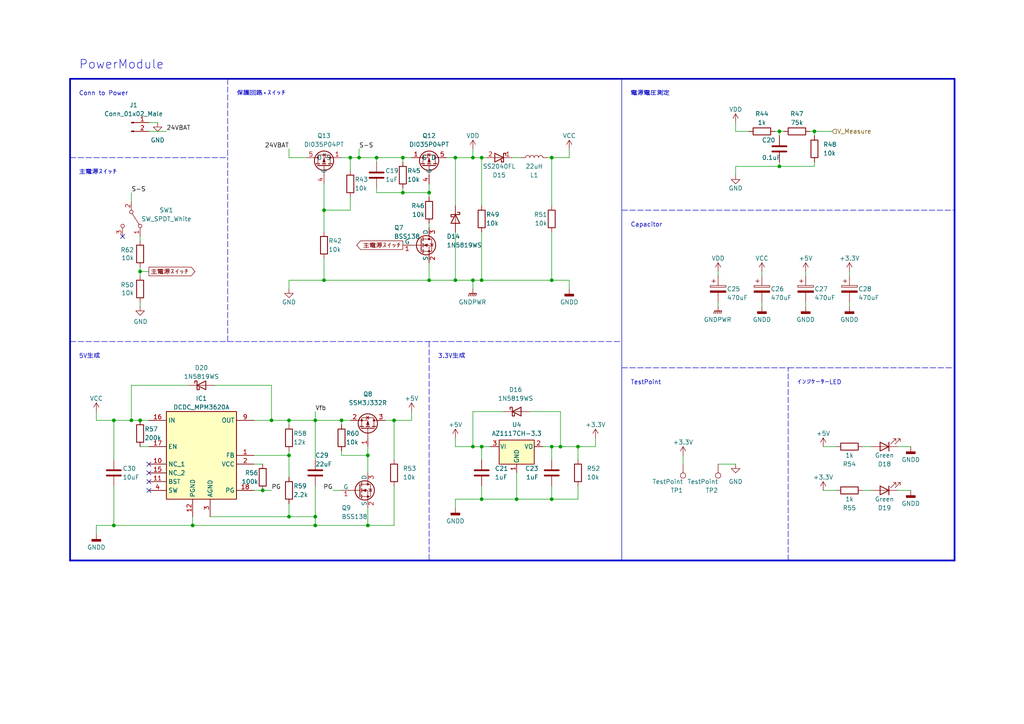
<source format=kicad_sch>
(kicad_sch (version 20230121) (generator eeschema)
  (paper "A4")
  (lib_symbols
    (symbol "AON6411_1"
      (property "Reference" "Q" (at 5.08 1.905 0))
      (property "Value" "AON6411" (at 5.08 0 0))
      (symbol "AON6411_1_0_1"
        (polyline (pts (xy 0.254 0) (xy -2.54 0)))
        (polyline (pts (xy 0.254 1.905) (xy 0.254 -1.905)) (stroke (width 0.254)))
        (polyline (pts (xy 0.762 -1.27) (xy 0.762 -2.286)) (stroke (width 0.254)))
        (polyline (pts (xy 0.762 0.508) (xy 0.762 -0.508)) (stroke (width 0.254)))
        (polyline (pts (xy 0.762 2.286) (xy 0.762 1.27)) (stroke (width 0.254)))
        (polyline (pts (xy 2.54 2.54) (xy 2.54 1.778)))
        (polyline (pts (xy 2.54 -2.54) (xy 2.54 0) (xy 0.762 0)))
        (polyline (pts (xy 0.762 1.778) (xy 3.302 1.778) (xy 3.302 -1.778) (xy 0.762 -1.778)))
        (polyline (pts (xy 2.286 0) (xy 1.27 0.381) (xy 1.27 -0.381) (xy 2.286 0)) (fill (type outline)))
        (polyline (pts (xy 2.794 -0.508) (xy 2.921 -0.381) (xy 3.683 -0.381) (xy 3.81 -0.254)))
        (polyline (pts (xy 3.302 -0.381) (xy 2.921 0.254) (xy 3.683 0.254) (xy 3.302 -0.381)))
        (circle (center 1.651 0) (radius 2.794) (stroke (width 0.254)))
        (circle (center 2.54 -1.778) (radius 0.254) (fill (type outline)))
        (circle (center 2.54 1.778) (radius 0.254) (fill (type outline)))
      )
      (symbol "AON6411_1_1_1"
        (pin passive line (at 2.54 -5.08 90) (length 2.54) (name "S") (number "1"))
        (pin passive line (at 2.54 -5.08 90) (length 2.54) hide (name "S") (number "2"))
        (pin passive line (at 2.54 -5.08 90) (length 2.54) hide (name "S") (number "3"))
        (pin input line (at -5.08 0 0) (length 2.54) (name "G") (number "4"))
        (pin passive line (at 2.54 5.08 270) (length 2.54) (name "D") (number "5"))
      )
    )
    (symbol "Connector:Conn_01x02_Male" (pin_names (offset 1.016) hide)
      (property "Reference" "J" (at 0 2.54 0))
      (property "Value" "Conn_01x02_Male" (at 0 -5.08 0))
      (symbol "Conn_01x02_Male_1_1"
        (polyline (pts (xy 1.27 -2.54) (xy 0.8636 -2.54)) (stroke (width 0.1524)))
        (polyline (pts (xy 1.27 0) (xy 0.8636 0)) (stroke (width 0.1524)))
        (rectangle (start 0.8636 -2.413) (end 0 -2.667) (stroke (width 0.1524)) (fill (type outline)))
        (rectangle (start 0.8636 0.127) (end 0 -0.127) (stroke (width 0.1524)) (fill (type outline)))
        (pin passive line (at 5.08 0 180) (length 3.81) (name "Pin_1") (number "1"))
        (pin passive line (at 5.08 -2.54 180) (length 3.81) (name "Pin_2") (number "2"))
      )
    )
    (symbol "Connector:TestPoint" (pin_numbers hide) (pin_names (offset 0.762) hide)
      (property "Reference" "TP" (at 0 6.858 0))
      (property "Value" "TestPoint" (at 0 5.08 0))
      (symbol "TestPoint_0_1"
        (circle (center 0 3.302) (radius 0.762))
      )
      (symbol "TestPoint_1_1"
        (pin passive line (at 0 0 90) (length 2.54) (name "1") (number "1"))
      )
    )
    (symbol "D_Schottky_3" (pin_numbers hide) (pin_names (offset 1.016) hide)
      (property "Reference" "D" (at 0 2.54 0))
      (property "Value" "D_Schottky_3" (at 0 -2.54 0))
      (symbol "D_Schottky_3_0_1"
        (polyline (pts (xy 1.27 0) (xy -1.27 0)))
        (polyline (pts (xy 1.27 1.27) (xy 1.27 -1.27) (xy -1.27 0) (xy 1.27 1.27)) (stroke (width 0.254)))
        (polyline (pts (xy -1.905 0.635) (xy -1.905 1.27) (xy -1.27 1.27) (xy -1.27 -1.27) (xy -0.635 -1.27) (xy -0.635 -0.635)) (stroke (width 0.254)))
      )
      (symbol "D_Schottky_3_1_1"
        (pin passive line (at -3.81 0 0) (length 2.54) (name "K") (number "1"))
        (pin passive line (at 3.81 0 180) (length 2.54) (name "A") (number "2"))
      )
    )
    (symbol "Device:C" (pin_numbers hide) (pin_names (offset 0.254))
      (property "Reference" "C" (at 0.635 2.54 0))
      (property "Value" "C" (at 0.635 -2.54 0))
      (symbol "C_0_1"
        (polyline (pts (xy -2.032 -0.762) (xy 2.032 -0.762)) (stroke (width 0.508)))
        (polyline (pts (xy -2.032 0.762) (xy 2.032 0.762)) (stroke (width 0.508)))
      )
      (symbol "C_1_1"
        (pin passive line (at 0 3.81 270) (length 2.794) (name "~") (number "1"))
        (pin passive line (at 0 -3.81 90) (length 2.794) (name "~") (number "2"))
      )
    )
    (symbol "Device:C_Polarized" (pin_numbers hide) (pin_names (offset 0.254))
      (property "Reference" "C" (at 0.635 2.54 0))
      (property "Value" "C_Polarized" (at 0.635 -2.54 0))
      (symbol "C_Polarized_0_1"
        (rectangle (start -2.286 0.508) (end 2.286 1.016))
        (polyline (pts (xy -1.778 2.286) (xy -0.762 2.286)))
        (polyline (pts (xy -1.27 2.794) (xy -1.27 1.778)))
        (rectangle (start 2.286 -0.508) (end -2.286 -1.016) (fill (type outline)))
      )
      (symbol "C_Polarized_1_1"
        (pin passive line (at 0 3.81 270) (length 2.794) (name "~") (number "1"))
        (pin passive line (at 0 -3.81 90) (length 2.794) (name "~") (number "2"))
      )
    )
    (symbol "Device:D_Schottky" (pin_names (offset 1.016) hide)
      (property "Reference" "D" (at 0 2.54 0))
      (property "Value" "D_Schottky" (at 0 -2.54 0))
      (symbol "D_Schottky_0_1"
        (polyline (pts (xy 1.27 0) (xy -1.27 0)))
        (polyline (pts (xy 1.27 1.27) (xy 1.27 -1.27) (xy -1.27 0) (xy 1.27 1.27)) (stroke (width 0.254)))
        (polyline (pts (xy -1.905 0.635) (xy -1.905 1.27) (xy -1.27 1.27) (xy -1.27 -1.27) (xy -0.635 -1.27) (xy -0.635 -0.635)) (stroke (width 0.254)))
      )
      (symbol "D_Schottky_1_1"
        (pin passive line (at -3.81 0 0) (length 2.54) (name "K") (number "1"))
        (pin passive line (at 3.81 0 180) (length 2.54) (name "A") (number "2"))
      )
    )
    (symbol "Device:L" (pin_numbers hide) (pin_names (offset 1.016) hide)
      (property "Reference" "L" (at -1.27 0 90))
      (property "Value" "L" (at 1.905 0 90))
      (symbol "L_0_1"
        (arc (start 0 -2.54) (mid 0.6323 -1.905) (end 0 -1.27))
        (arc (start 0 -1.27) (mid 0.6323 -0.635) (end 0 0))
        (arc (start 0 0) (mid 0.6323 0.635) (end 0 1.27))
        (arc (start 0 1.27) (mid 0.6323 1.905) (end 0 2.54))
      )
      (symbol "L_1_1"
        (pin passive line (at 0 3.81 270) (length 1.27) (name "1") (number "1"))
        (pin passive line (at 0 -3.81 90) (length 1.27) (name "2") (number "2"))
      )
    )
    (symbol "Device:LED" (pin_numbers hide) (pin_names (offset 1.016) hide)
      (property "Reference" "D" (at 0 2.54 0))
      (property "Value" "LED" (at 0 -2.54 0))
      (symbol "LED_0_1"
        (polyline (pts (xy -1.27 -1.27) (xy -1.27 1.27)) (stroke (width 0.254)))
        (polyline (pts (xy -1.27 0) (xy 1.27 0)))
        (polyline (pts (xy 1.27 -1.27) (xy 1.27 1.27) (xy -1.27 0) (xy 1.27 -1.27)) (stroke (width 0.254)))
        (polyline (pts (xy -3.048 -0.762) (xy -4.572 -2.286) (xy -3.81 -2.286) (xy -4.572 -2.286) (xy -4.572 -1.524)))
        (polyline (pts (xy -1.778 -0.762) (xy -3.302 -2.286) (xy -2.54 -2.286) (xy -3.302 -2.286) (xy -3.302 -1.524)))
      )
      (symbol "LED_1_1"
        (pin passive line (at -3.81 0 0) (length 2.54) (name "K") (number "1"))
        (pin passive line (at 3.81 0 180) (length 2.54) (name "A") (number "2"))
      )
    )
    (symbol "Device:Q_PMOS_GSD" (pin_names (offset 0) hide)
      (property "Reference" "Q" (at 5.08 1.27 0))
      (property "Value" "Q_PMOS_GSD" (at 5.08 -1.27 0))
      (symbol "Q_PMOS_GSD_0_1"
        (polyline (pts (xy 0.254 0) (xy -2.54 0)))
        (polyline (pts (xy 0.254 1.905) (xy 0.254 -1.905)) (stroke (width 0.254)))
        (polyline (pts (xy 0.762 -1.27) (xy 0.762 -2.286)) (stroke (width 0.254)))
        (polyline (pts (xy 0.762 0.508) (xy 0.762 -0.508)) (stroke (width 0.254)))
        (polyline (pts (xy 0.762 2.286) (xy 0.762 1.27)) (stroke (width 0.254)))
        (polyline (pts (xy 2.54 2.54) (xy 2.54 1.778)))
        (polyline (pts (xy 2.54 -2.54) (xy 2.54 0) (xy 0.762 0)))
        (polyline (pts (xy 0.762 1.778) (xy 3.302 1.778) (xy 3.302 -1.778) (xy 0.762 -1.778)))
        (polyline (pts (xy 2.286 0) (xy 1.27 0.381) (xy 1.27 -0.381) (xy 2.286 0)) (fill (type outline)))
        (polyline (pts (xy 2.794 -0.508) (xy 2.921 -0.381) (xy 3.683 -0.381) (xy 3.81 -0.254)))
        (polyline (pts (xy 3.302 -0.381) (xy 2.921 0.254) (xy 3.683 0.254) (xy 3.302 -0.381)))
        (circle (center 1.651 0) (radius 2.794) (stroke (width 0.254)))
        (circle (center 2.54 -1.778) (radius 0.254) (fill (type outline)))
        (circle (center 2.54 1.778) (radius 0.254) (fill (type outline)))
      )
      (symbol "Q_PMOS_GSD_1_1"
        (pin input line (at -5.08 0 0) (length 2.54) (name "G") (number "1"))
        (pin passive line (at 2.54 -5.08 90) (length 2.54) (name "S") (number "2"))
        (pin passive line (at 2.54 5.08 270) (length 2.54) (name "D") (number "3"))
      )
    )
    (symbol "Device:R" (pin_numbers hide) (pin_names (offset 0))
      (property "Reference" "R" (at 2.032 0 90))
      (property "Value" "R" (at 0 0 90))
      (symbol "R_0_1"
        (rectangle (start -1.016 -2.54) (end 1.016 2.54) (stroke (width 0.254)))
      )
      (symbol "R_1_1"
        (pin passive line (at 0 3.81 270) (length 1.27) (name "~") (number "1"))
        (pin passive line (at 0 -3.81 90) (length 1.27) (name "~") (number "2"))
      )
    )
    (symbol "MyLibrary:DCDC_MPM3620A"
      (property "Reference" "IC" (at 6.35 5.08 0))
      (property "Value" "DCDC_MPM3620A" (at 6.35 2.54 0))
      (symbol "DCDC_MPM3620A_1_1"
        (rectangle (start 5.08 0) (end 25.4 -25.4) (stroke (width 0.254)) (fill (type background)))
        (pin passive line (at 30.48 -12.7 180) (length 5.08) (name "FB") (number "1"))
        (pin passive line (at 0 -15.24 0) (length 5.08) (name "NC_1") (number "10"))
        (pin passive line (at 0 -20.32 0) (length 5.08) (name "BST") (number "11"))
        (pin passive line (at 12.7 -30.48 90) (length 5.08) (name "PGND") (number "12"))
        (pin passive line (at 12.7 -30.48 90) (length 5.08) hide (name "PGND_2") (number "13"))
        (pin passive line (at 12.7 -30.48 90) (length 5.08) hide (name "PGND_3") (number "14"))
        (pin passive line (at 0 -17.78 0) (length 5.08) (name "NC_2") (number "15"))
        (pin passive line (at 0 -2.54 0) (length 5.08) (name "IN") (number "16"))
        (pin passive line (at 0 -10.16 0) (length 5.08) (name "EN") (number "17"))
        (pin passive line (at 30.48 -22.86 180) (length 5.08) (name "PG") (number "18"))
        (pin passive line (at 30.48 -15.24 180) (length 5.08) (name "VCC") (number "2"))
        (pin passive line (at 17.78 -30.48 90) (length 5.08) (name "AGND") (number "3"))
        (pin passive line (at 0 -22.86 0) (length 5.08) (name "SW") (number "4"))
        (pin passive line (at 30.48 -2.54 180) (length 5.08) (name "OUT") (number "9"))
      )
    )
    (symbol "Q_NMOS_GSD_1" (pin_names (offset 0))
      (property "Reference" "Q" (at 5.08 1.27 0))
      (property "Value" "Q_NMOS_GSD_1" (at 5.08 -1.27 0))
      (symbol "Q_NMOS_GSD_1_0_1"
        (polyline (pts (xy 0.254 0) (xy -2.54 0)))
        (polyline (pts (xy 0.254 1.905) (xy 0.254 -1.905)) (stroke (width 0.254)))
        (polyline (pts (xy 0.762 -1.27) (xy 0.762 -2.286)) (stroke (width 0.254)))
        (polyline (pts (xy 0.762 0.508) (xy 0.762 -0.508)) (stroke (width 0.254)))
        (polyline (pts (xy 0.762 2.286) (xy 0.762 1.27)) (stroke (width 0.254)))
        (polyline (pts (xy 2.54 2.54) (xy 2.54 1.778)))
        (polyline (pts (xy 2.54 -2.54) (xy 2.54 0) (xy 0.762 0)))
        (polyline (pts (xy 0.762 -1.778) (xy 3.302 -1.778) (xy 3.302 1.778) (xy 0.762 1.778)))
        (polyline (pts (xy 1.016 0) (xy 2.032 0.381) (xy 2.032 -0.381) (xy 1.016 0)) (fill (type outline)))
        (polyline (pts (xy 2.794 0.508) (xy 2.921 0.381) (xy 3.683 0.381) (xy 3.81 0.254)))
        (polyline (pts (xy 3.302 0.381) (xy 2.921 -0.254) (xy 3.683 -0.254) (xy 3.302 0.381)))
        (circle (center 1.651 0) (radius 2.794) (stroke (width 0.254)))
        (circle (center 2.54 -1.778) (radius 0.254) (fill (type outline)))
        (circle (center 2.54 1.778) (radius 0.254) (fill (type outline)))
      )
      (symbol "Q_NMOS_GSD_1_1_1"
        (pin input line (at -5.08 0 0) (length 2.54) (name "G") (number "1"))
        (pin passive line (at 2.54 -5.08 90) (length 2.54) (name "S") (number "2"))
        (pin passive line (at 2.54 5.08 270) (length 2.54) (name "D") (number "3"))
      )
    )
    (symbol "Regulator_Linear:AMS1117CD-3.3" (pin_names (offset 0.254))
      (property "Reference" "U" (at -3.81 3.175 0))
      (property "Value" "AMS1117CD-3.3" (at 0 3.175 0))
      (symbol "AMS1117CD-3.3_0_1"
        (rectangle (start -5.08 -5.08) (end 5.08 1.905) (stroke (width 0.254)) (fill (type background)))
      )
      (symbol "AMS1117CD-3.3_1_1"
        (pin power_in line (at 0 -7.62 90) (length 2.54) (name "GND") (number "1"))
        (pin power_out line (at 7.62 0 180) (length 2.54) (name "VO") (number "2"))
        (pin power_in line (at -7.62 0 0) (length 2.54) (name "VI") (number "3"))
      )
    )
    (symbol "Switch:SW_SPDT" (pin_names (offset 0) hide)
      (property "Reference" "SW" (at 0 4.318 0))
      (property "Value" "SW_SPDT" (at 0 -5.08 0))
      (symbol "SW_SPDT_0_0"
        (circle (center -2.032 0) (radius 0.508))
        (circle (center 2.032 -2.54) (radius 0.508))
      )
      (symbol "SW_SPDT_0_1"
        (polyline (pts (xy -1.524 0.254) (xy 1.651 2.286)))
        (circle (center 2.032 2.54) (radius 0.508))
      )
      (symbol "SW_SPDT_1_1"
        (pin passive line (at 5.08 2.54 180) (length 2.54) (name "A") (number "1"))
        (pin passive line (at -5.08 0 0) (length 2.54) (name "B") (number "2"))
        (pin passive line (at 5.08 -2.54 180) (length 2.54) (name "C") (number "3"))
      )
    )
    (symbol "Transistor_FET:AON6411"
      (property "Reference" "Q" (at 5.08 1.905 0))
      (property "Value" "AON6411" (at 5.08 0 0))
      (symbol "AON6411_0_1"
        (polyline (pts (xy 0.254 0) (xy -2.54 0)))
        (polyline (pts (xy 0.254 1.905) (xy 0.254 -1.905)) (stroke (width 0.254)))
        (polyline (pts (xy 0.762 -1.27) (xy 0.762 -2.286)) (stroke (width 0.254)))
        (polyline (pts (xy 0.762 0.508) (xy 0.762 -0.508)) (stroke (width 0.254)))
        (polyline (pts (xy 0.762 2.286) (xy 0.762 1.27)) (stroke (width 0.254)))
        (polyline (pts (xy 2.54 2.54) (xy 2.54 1.778)))
        (polyline (pts (xy 2.54 -2.54) (xy 2.54 0) (xy 0.762 0)))
        (polyline (pts (xy 0.762 1.778) (xy 3.302 1.778) (xy 3.302 -1.778) (xy 0.762 -1.778)))
        (polyline (pts (xy 2.286 0) (xy 1.27 0.381) (xy 1.27 -0.381) (xy 2.286 0)) (fill (type outline)))
        (polyline (pts (xy 2.794 -0.508) (xy 2.921 -0.381) (xy 3.683 -0.381) (xy 3.81 -0.254)))
        (polyline (pts (xy 3.302 -0.381) (xy 2.921 0.254) (xy 3.683 0.254) (xy 3.302 -0.381)))
        (circle (center 1.651 0) (radius 2.794) (stroke (width 0.254)))
        (circle (center 2.54 -1.778) (radius 0.254) (fill (type outline)))
        (circle (center 2.54 1.778) (radius 0.254) (fill (type outline)))
      )
      (symbol "AON6411_1_1"
        (pin passive line (at 2.54 -5.08 90) (length 2.54) (name "S") (number "1"))
        (pin passive line (at 2.54 -5.08 90) (length 2.54) hide (name "S") (number "2"))
        (pin passive line (at 2.54 -5.08 90) (length 2.54) hide (name "S") (number "3"))
        (pin input line (at -5.08 0 0) (length 2.54) (name "G") (number "4"))
        (pin passive line (at 2.54 5.08 270) (length 2.54) (name "D") (number "5"))
      )
    )
    (symbol "power:+3.3V" (power) (pin_names (offset 0))
      (property "Value" "+3.3V" (at 0 3.556 0))
      (symbol "+3.3V_0_1"
        (polyline (pts (xy -0.762 1.27) (xy 0 2.54)))
        (polyline (pts (xy 0 0) (xy 0 2.54)))
        (polyline (pts (xy 0 2.54) (xy 0.762 1.27)))
      )
      (symbol "+3.3V_1_1"
        (pin power_in line (at 0 0 90) (length 0) hide (name "+3.3V") (number "1"))
      )
    )
    (symbol "power:+5V" (power) (pin_names (offset 0))
      (property "Value" "+5V" (at 0 3.556 0))
      (symbol "+5V_0_1"
        (polyline (pts (xy -0.762 1.27) (xy 0 2.54)))
        (polyline (pts (xy 0 0) (xy 0 2.54)))
        (polyline (pts (xy 0 2.54) (xy 0.762 1.27)))
      )
      (symbol "+5V_1_1"
        (pin power_in line (at 0 0 90) (length 0) hide (name "+5V") (number "1"))
      )
    )
    (symbol "power:GND" (power) (pin_names (offset 0))
      (property "Value" "GND" (at 0 -3.81 0))
      (symbol "GND_0_1"
        (polyline (pts (xy 0 0) (xy 0 -1.27) (xy 1.27 -1.27) (xy 0 -2.54) (xy -1.27 -1.27) (xy 0 -1.27)))
      )
      (symbol "GND_1_1"
        (pin power_in line (at 0 0 270) (length 0) hide (name "GND") (number "1"))
      )
    )
    (symbol "power:GNDD" (power) (pin_names (offset 0))
      (property "Value" "GNDD" (at 0 -3.175 0))
      (symbol "GNDD_0_1"
        (rectangle (start -1.27 -1.524) (end 1.27 -2.032) (stroke (width 0.254)) (fill (type outline)))
        (polyline (pts (xy 0 0) (xy 0 -1.524)))
      )
      (symbol "GNDD_1_1"
        (pin power_in line (at 0 0 270) (length 0) hide (name "GNDD") (number "1"))
      )
    )
    (symbol "power:GNDPWR" (power) (pin_names (offset 0))
      (property "Value" "GNDPWR" (at 0 -3.302 0))
      (symbol "GNDPWR_0_1"
        (polyline (pts (xy 0 -1.27) (xy 0 0)))
        (polyline (pts (xy -1.016 -1.27) (xy -1.27 -2.032) (xy -1.27 -2.032)) (stroke (width 0.2032)))
        (polyline (pts (xy -0.508 -1.27) (xy -0.762 -2.032) (xy -0.762 -2.032)) (stroke (width 0.2032)))
        (polyline (pts (xy 0 -1.27) (xy -0.254 -2.032) (xy -0.254 -2.032)) (stroke (width 0.2032)))
        (polyline (pts (xy 0.508 -1.27) (xy 0.254 -2.032) (xy 0.254 -2.032)) (stroke (width 0.2032)))
        (polyline (pts (xy 1.016 -1.27) (xy -1.016 -1.27) (xy -1.016 -1.27)) (stroke (width 0.2032)))
        (polyline (pts (xy 1.016 -1.27) (xy 0.762 -2.032) (xy 0.762 -2.032) (xy 0.762 -2.032)) (stroke (width 0.2032)))
      )
      (symbol "GNDPWR_1_1"
        (pin power_in line (at 0 0 270) (length 0) hide (name "GNDPWR") (number "1"))
      )
    )
    (symbol "power:VCC" (power) (pin_names (offset 0))
      (property "Value" "VCC" (at 0 3.81 0))
      (symbol "VCC_0_1"
        (polyline (pts (xy -0.762 1.27) (xy 0 2.54)))
        (polyline (pts (xy 0 0) (xy 0 2.54)))
        (polyline (pts (xy 0 2.54) (xy 0.762 1.27)))
      )
      (symbol "VCC_1_1"
        (pin power_in line (at 0 0 90) (length 0) hide (name "VCC") (number "1"))
      )
    )
    (symbol "power:VDD" (power) (pin_names (offset 0))
      (property "Value" "VDD" (at 0 3.81 0))
      (symbol "VDD_0_1"
        (polyline (pts (xy -0.762 1.27) (xy 0 2.54)))
        (polyline (pts (xy 0 0) (xy 0 2.54)))
        (polyline (pts (xy 0 2.54) (xy 0.762 1.27)))
      )
      (symbol "VDD_1_1"
        (pin power_in line (at 0 0 90) (length 0) hide (name "VDD") (number "1"))
      )
    )
  )
  (junction (at 91.44 149.86))
  (junction (at 91.44 152.4))
  (junction (at 109.22 45.72))
  (junction (at 167.64 129.54))
  (junction (at 104.14 45.72))
  (junction (at 124.46 55.88))
  (junction (at 93.98 60.96))
  (junction (at 139.7 129.54))
  (junction (at 139.7 45.72))
  (junction (at 76.2 142.24))
  (junction (at 91.44 121.92))
  (junction (at 33.02 121.92))
  (junction (at 106.68 132.08))
  (junction (at 83.82 149.86))
  (junction (at 106.68 152.4))
  (junction (at 40.64 78.74))
  (junction (at 149.86 144.78))
  (junction (at 162.56 129.54))
  (junction (at 33.02 152.4))
  (junction (at 160.02 45.72))
  (junction (at 137.16 129.54))
  (junction (at 160.02 144.78))
  (junction (at 132.08 81.28))
  (junction (at 226.06 38.1))
  (junction (at 83.82 132.08))
  (junction (at 236.22 38.1))
  (junction (at 101.6 45.72))
  (junction (at 124.46 81.28))
  (junction (at 226.06 48.26))
  (junction (at 116.84 45.72))
  (junction (at 114.3 121.92))
  (junction (at 116.84 55.88))
  (junction (at 132.08 45.72))
  (junction (at 55.88 152.4))
  (junction (at 40.64 121.92))
  (junction (at 160.02 81.28))
  (junction (at 139.7 144.78))
  (junction (at 137.16 81.28))
  (junction (at 93.98 81.28))
  (junction (at 160.02 129.54))
  (junction (at 99.06 121.92))
  (junction (at 38.1 121.92))
  (junction (at 139.7 81.28))
  (junction (at 83.82 121.92))
  (junction (at 137.16 45.72))
  (junction (at 78.74 121.92))
  (no_connect (at 43.18 142.24))
  (no_connect (at 43.18 139.7))
  (no_connect (at 43.18 134.62))
  (no_connect (at 43.18 137.16))
  (no_connect (at 35.56 68.58))
  (wire (pts (xy 27.94 152.4) (xy 27.94 154.94)))
  (wire (pts (xy 250.19 129.54) (xy 252.73 129.54)))
  (wire (pts (xy 162.56 129.54) (xy 167.64 129.54)))
  (wire (pts (xy 93.98 53.34) (xy 93.98 60.96)))
  (wire (pts (xy 83.82 43.18) (xy 83.82 45.72)))
  (wire (pts (xy 38.1 111.76) (xy 38.1 121.92)))
  (wire (pts (xy 137.16 119.38) (xy 146.05 119.38)))
  (wire (pts (xy 99.06 132.08) (xy 106.68 132.08)))
  (wire (pts (xy 83.82 121.92) (xy 91.44 121.92)))
  (wire (pts (xy 236.22 46.99) (xy 236.22 48.26)))
  (wire (pts (xy 208.28 134.62) (xy 213.36 134.62)))
  (wire (pts (xy 114.3 140.97) (xy 114.3 152.4)))
  (wire (pts (xy 250.19 142.24) (xy 252.73 142.24)))
  (wire (pts (xy 137.16 129.54) (xy 139.7 129.54)))
  (wire (pts (xy 153.67 119.38) (xy 162.56 119.38)))
  (wire (pts (xy 139.7 129.54) (xy 142.24 129.54)))
  (wire (pts (xy 233.68 78.74) (xy 233.68 80.01)))
  (wire (pts (xy 60.96 149.86) (xy 83.82 149.86)))
  (polyline (pts (xy 20.32 162.56) (xy 20.32 22.86)) (stroke (width 0.5) (type solid)))
  (wire (pts (xy 139.7 45.72) (xy 139.7 59.69)))
  (wire (pts (xy 83.82 130.81) (xy 83.82 132.08)))
  (wire (pts (xy 91.44 121.92) (xy 91.44 133.35)))
  (wire (pts (xy 226.06 38.1) (xy 227.33 38.1)))
  (wire (pts (xy 124.46 76.2) (xy 124.46 81.28)))
  (wire (pts (xy 101.6 57.15) (xy 101.6 60.96)))
  (wire (pts (xy 109.22 55.88) (xy 116.84 55.88)))
  (wire (pts (xy 99.06 121.92) (xy 101.6 121.92)))
  (wire (pts (xy 109.22 54.61) (xy 109.22 55.88)))
  (wire (pts (xy 38.1 111.76) (xy 54.61 111.76)))
  (polyline (pts (xy 66.04 99.06) (xy 66.04 45.72)) (stroke (width 0) (type dash)))
  (wire (pts (xy 226.06 39.37) (xy 226.06 38.1)))
  (wire (pts (xy 33.02 133.35) (xy 33.02 121.92)))
  (wire (pts (xy 27.94 121.92) (xy 33.02 121.92)))
  (wire (pts (xy 101.6 60.96) (xy 93.98 60.96)))
  (wire (pts (xy 83.82 45.72) (xy 88.9 45.72)))
  (wire (pts (xy 167.64 129.54) (xy 167.64 133.35)))
  (wire (pts (xy 124.46 55.88) (xy 124.46 57.15)))
  (wire (pts (xy 78.74 121.92) (xy 83.82 121.92)))
  (wire (pts (xy 158.75 45.72) (xy 160.02 45.72)))
  (wire (pts (xy 33.02 152.4) (xy 55.88 152.4)))
  (wire (pts (xy 33.02 140.97) (xy 33.02 152.4)))
  (wire (pts (xy 160.02 67.31) (xy 160.02 81.28)))
  (wire (pts (xy 132.08 45.72) (xy 137.16 45.72)))
  (wire (pts (xy 160.02 144.78) (xy 167.64 144.78)))
  (polyline (pts (xy 180.34 106.68) (xy 228.6 106.68)) (stroke (width 0) (type dash)))
  (wire (pts (xy 129.54 45.72) (xy 132.08 45.72)))
  (wire (pts (xy 124.46 53.34) (xy 124.46 55.88)))
  (wire (pts (xy 40.64 87.63) (xy 40.64 88.9)))
  (wire (pts (xy 99.06 130.81) (xy 99.06 132.08)))
  (wire (pts (xy 132.08 129.54) (xy 137.16 129.54)))
  (wire (pts (xy 83.82 121.92) (xy 83.82 123.19)))
  (wire (pts (xy 213.36 38.1) (xy 217.17 38.1)))
  (wire (pts (xy 139.7 67.31) (xy 139.7 81.28)))
  (wire (pts (xy 78.74 111.76) (xy 78.74 121.92)))
  (polyline (pts (xy 180.34 60.96) (xy 276.86 60.96)) (stroke (width 0) (type dash)))
  (polyline (pts (xy 228.6 162.56) (xy 228.6 106.68)) (stroke (width 0) (type dash)))
  (wire (pts (xy 157.48 129.54) (xy 160.02 129.54)))
  (wire (pts (xy 40.64 121.92) (xy 43.18 121.92)))
  (wire (pts (xy 132.08 81.28) (xy 137.16 81.28)))
  (wire (pts (xy 139.7 45.72) (xy 137.16 45.72)))
  (wire (pts (xy 149.86 144.78) (xy 160.02 144.78)))
  (polyline (pts (xy 124.46 99.06) (xy 124.46 162.56)) (stroke (width 0) (type dash)))
  (wire (pts (xy 73.66 134.62) (xy 76.2 134.62)))
  (wire (pts (xy 160.02 129.54) (xy 162.56 129.54)))
  (wire (pts (xy 76.2 142.24) (xy 78.74 142.24)))
  (wire (pts (xy 149.86 137.16) (xy 149.86 144.78)))
  (polyline (pts (xy 20.32 22.86) (xy 276.86 22.86)) (stroke (width 0.5) (type solid)))
  (wire (pts (xy 43.18 78.74) (xy 40.64 78.74)))
  (wire (pts (xy 132.08 67.31) (xy 132.08 81.28)))
  (wire (pts (xy 93.98 74.93) (xy 93.98 81.28)))
  (wire (pts (xy 238.76 142.24) (xy 242.57 142.24)))
  (wire (pts (xy 160.02 140.97) (xy 160.02 144.78)))
  (wire (pts (xy 114.3 121.92) (xy 114.3 133.35)))
  (wire (pts (xy 162.56 119.38) (xy 162.56 129.54)))
  (polyline (pts (xy 276.86 22.86) (xy 276.86 162.56)) (stroke (width 0.5) (type solid)))
  (wire (pts (xy 38.1 121.92) (xy 40.64 121.92)))
  (wire (pts (xy 83.82 132.08) (xy 83.82 138.43)))
  (wire (pts (xy 132.08 45.72) (xy 132.08 59.69)))
  (wire (pts (xy 132.08 144.78) (xy 139.7 144.78)))
  (wire (pts (xy 96.52 142.24) (xy 99.06 142.24)))
  (wire (pts (xy 101.6 45.72) (xy 101.6 49.53)))
  (wire (pts (xy 139.7 45.72) (xy 140.97 45.72)))
  (wire (pts (xy 213.36 48.26) (xy 226.06 48.26)))
  (wire (pts (xy 260.35 142.24) (xy 264.16 142.24)))
  (wire (pts (xy 246.38 87.63) (xy 246.38 88.9)))
  (wire (pts (xy 91.44 149.86) (xy 91.44 140.97)))
  (wire (pts (xy 116.84 45.72) (xy 119.38 45.72)))
  (wire (pts (xy 40.64 68.58) (xy 40.64 69.85)))
  (polyline (pts (xy 66.04 22.86) (xy 66.04 45.72)) (stroke (width 0) (type dash)))
  (wire (pts (xy 55.88 152.4) (xy 91.44 152.4)))
  (wire (pts (xy 109.22 45.72) (xy 116.84 45.72)))
  (wire (pts (xy 139.7 140.97) (xy 139.7 144.78)))
  (wire (pts (xy 106.68 132.08) (xy 106.68 137.16)))
  (wire (pts (xy 99.06 121.92) (xy 99.06 123.19)))
  (wire (pts (xy 160.02 45.72) (xy 165.1 45.72)))
  (wire (pts (xy 91.44 119.38) (xy 91.44 121.92)))
  (wire (pts (xy 220.98 78.74) (xy 220.98 80.01)))
  (wire (pts (xy 226.06 38.1) (xy 224.79 38.1)))
  (wire (pts (xy 106.68 129.54) (xy 106.68 132.08)))
  (wire (pts (xy 226.06 46.99) (xy 226.06 48.26)))
  (wire (pts (xy 40.64 129.54) (xy 43.18 129.54)))
  (wire (pts (xy 104.14 43.18) (xy 104.14 45.72)))
  (wire (pts (xy 55.88 149.86) (xy 55.88 152.4)))
  (wire (pts (xy 91.44 149.86) (xy 91.44 152.4)))
  (wire (pts (xy 104.14 45.72) (xy 109.22 45.72)))
  (wire (pts (xy 114.3 121.92) (xy 119.38 121.92)))
  (wire (pts (xy 236.22 38.1) (xy 241.3 38.1)))
  (wire (pts (xy 93.98 81.28) (xy 83.82 81.28)))
  (wire (pts (xy 116.84 55.88) (xy 124.46 55.88)))
  (wire (pts (xy 124.46 64.77) (xy 124.46 66.04)))
  (wire (pts (xy 226.06 48.26) (xy 236.22 48.26)))
  (wire (pts (xy 116.84 54.61) (xy 116.84 55.88)))
  (wire (pts (xy 93.98 60.96) (xy 93.98 67.31)))
  (wire (pts (xy 139.7 144.78) (xy 149.86 144.78)))
  (wire (pts (xy 165.1 81.28) (xy 165.1 83.82)))
  (wire (pts (xy 172.72 127) (xy 172.72 129.54)))
  (wire (pts (xy 148.59 45.72) (xy 151.13 45.72)))
  (wire (pts (xy 137.16 83.82) (xy 137.16 81.28)))
  (wire (pts (xy 83.82 146.05) (xy 83.82 149.86)))
  (wire (pts (xy 137.16 81.28) (xy 139.7 81.28)))
  (wire (pts (xy 124.46 81.28) (xy 132.08 81.28)))
  (wire (pts (xy 208.28 78.74) (xy 208.28 80.01)))
  (wire (pts (xy 83.82 81.28) (xy 83.82 83.82)))
  (wire (pts (xy 62.23 111.76) (xy 78.74 111.76)))
  (wire (pts (xy 106.68 147.32) (xy 106.68 152.4)))
  (wire (pts (xy 139.7 81.28) (xy 160.02 81.28)))
  (wire (pts (xy 132.08 144.78) (xy 132.08 147.32)))
  (wire (pts (xy 160.02 129.54) (xy 160.02 133.35)))
  (polyline (pts (xy 20.32 99.06) (xy 180.34 99.06)) (stroke (width 0) (type dash)))
  (wire (pts (xy 213.36 35.56) (xy 213.36 38.1)))
  (wire (pts (xy 27.94 152.4) (xy 33.02 152.4)))
  (wire (pts (xy 260.35 129.54) (xy 264.16 129.54)))
  (wire (pts (xy 234.95 38.1) (xy 236.22 38.1)))
  (wire (pts (xy 137.16 119.38) (xy 137.16 129.54)))
  (wire (pts (xy 139.7 129.54) (xy 139.7 133.35)))
  (wire (pts (xy 93.98 81.28) (xy 124.46 81.28)))
  (wire (pts (xy 198.12 132.08) (xy 198.12 134.62)))
  (wire (pts (xy 73.66 132.08) (xy 83.82 132.08)))
  (wire (pts (xy 114.3 152.4) (xy 106.68 152.4)))
  (wire (pts (xy 167.64 129.54) (xy 172.72 129.54)))
  (wire (pts (xy 238.76 129.54) (xy 242.57 129.54)))
  (wire (pts (xy 91.44 152.4) (xy 106.68 152.4)))
  (wire (pts (xy 246.38 78.74) (xy 246.38 80.01)))
  (wire (pts (xy 73.66 142.24) (xy 76.2 142.24)))
  (wire (pts (xy 137.16 43.18) (xy 137.16 45.72)))
  (wire (pts (xy 83.82 149.86) (xy 91.44 149.86)))
  (wire (pts (xy 220.98 87.63) (xy 220.98 88.9)))
  (wire (pts (xy 213.36 50.8) (xy 213.36 48.26)))
  (wire (pts (xy 73.66 121.92) (xy 78.74 121.92)))
  (wire (pts (xy 132.08 127) (xy 132.08 129.54)))
  (polyline (pts (xy 276.86 162.56) (xy 20.32 162.56)) (stroke (width 0.5) (type solid)))
  (wire (pts (xy 99.06 45.72) (xy 101.6 45.72)))
  (polyline (pts (xy 180.34 22.86) (xy 180.34 162.56)) (stroke (width 0) (type solid)))
  (wire (pts (xy 40.64 78.74) (xy 40.64 80.01)))
  (wire (pts (xy 116.84 45.72) (xy 116.84 46.99)))
  (wire (pts (xy 167.64 140.97) (xy 167.64 144.78)))
  (wire (pts (xy 208.28 87.63) (xy 208.28 88.9)))
  (wire (pts (xy 236.22 38.1) (xy 236.22 39.37)))
  (wire (pts (xy 233.68 87.63) (xy 233.68 88.9)))
  (wire (pts (xy 160.02 45.72) (xy 160.02 59.69)))
  (wire (pts (xy 40.64 77.47) (xy 40.64 78.74)))
  (wire (pts (xy 27.94 121.92) (xy 27.94 119.38)))
  (polyline (pts (xy 228.6 106.68) (xy 276.86 106.68)) (stroke (width 0) (type dash)))
  (wire (pts (xy 109.22 45.72) (xy 109.22 46.99)))
  (wire (pts (xy 43.18 35.56) (xy 45.72 35.56)))
  (wire (pts (xy 33.02 121.92) (xy 38.1 121.92)))
  (wire (pts (xy 165.1 81.28) (xy 160.02 81.28)))
  (wire (pts (xy 111.76 121.92) (xy 114.3 121.92)))
  (wire (pts (xy 101.6 45.72) (xy 104.14 45.72)))
  (wire (pts (xy 165.1 43.18) (xy 165.1 45.72)))
  (wire (pts (xy 119.38 119.38) (xy 119.38 121.92)))
  (polyline (pts (xy 20.32 45.72) (xy 66.04 45.72)) (stroke (width 0) (type dash)))
  (wire (pts (xy 43.18 38.1) (xy 48.26 38.1)))
  (wire (pts (xy 91.44 121.92) (xy 99.06 121.92)))
  (wire (pts (xy 38.1 55.88) (xy 38.1 58.42)))
  (text "3.3V生成" (at 127 104.14 0) (effects (font (size 1.27 1.27)) (justify left bottom)))
  (text "主電源スイッチ" (at 22.86 50.8 0) (effects (font (size 1.27 1.27)) (justify left bottom)))
  (text "電源電圧測定" (at 182.88 27.94 0) (effects (font (size 1.27 1.27)) (justify left bottom)))
  (text "インジケーターLED" (at 231.14 111.76 0) (effects (font (size 1.27 1.27)) (justify left bottom)))
  (text "保護回路・スイッチ" (at 68.58 27.94 0) (effects (font (size 1.27 1.27)) (justify left bottom)))
  (text "Conn to Power" (at 22.86 27.94 0) (effects (font (size 1.27 1.27)) (justify left bottom)))
  (text "PowerModule" (at 22.86 20.32 0) (effects (font (size 2.54 2.54)) (justify left bottom)))
  (text "5V生成" (at 22.86 104.14 0) (effects (font (size 1.27 1.27)) (justify left bottom)))
  (text "Capacitor" (at 182.88 66.04 0) (effects (font (size 1.27 1.27)) (justify left bottom)))
  (text "TestPoint" (at 182.88 111.76 0) (effects (font (size 1.27 1.27)) (justify left bottom)))
  (label "S-S" (at 104.14 43.18 0))
  (label "24VBAT" (at 48.26 38.1 0))
  (label "Vfb" (at 91.44 119.38 0))
  (label "S-S" (at 38.1 55.88 0))
  (label "PG" (at 96.52 142.24 180))
  (label "24VBAT" (at 83.82 43.18 180))
  (label "PG" (at 78.74 142.24 0))
  (global_label "主電源スイッチ" (shape output) (at 43.18 78.74 0) (property "Intersheetrefs" "${INTERSHEET_REFS}" (effects hide)))
  (global_label "主電源スイッチ" (shape output) (at 116.84 71.12 180) (property "Intersheetrefs" "${INTERSHEET_REFS}" (effects hide)))
  (hierarchical_label "V_Measure" (shape input) (at 241.3 38.1 0))
  (symbol (lib_id "Device:R") (at 114.3 137.16 180) (unit 1)
    (property "Reference" "R53" (at 116.84 135.8899 0) (effects (justify right)))
    (property "Value" "10k" (at 116.84 138.4299 0) (effects (justify right)))
    (property "Footprint" "Resistor_SMD:R_0402_1005Metric" (effects hide))
  )
  (symbol (lib_id "Device:C") (at 91.44 137.16 0) (unit 1)
    (property "Reference" "C29" (at 91.44 132.08 0) (effects (justify left)))
    (property "Value" "22uF" (at 91.44 134.62 0) (effects (justify left)))
    (property "Footprint" "Capacitor_SMD:C_0805_2012Metric" (effects hide))
  )
  (symbol (lib_id "power:GNDD") (at 264.16 142.24 0) (unit 1)
    (property "Reference" "#PWR060" (effects hide))
    (property "Value" "GNDD" (at 264.16 146.05 0))
  )
  (symbol (lib_id "MyLibrary:DCDC_MPM3620A") (at 43.18 119.38 0) (unit 1)
    (property "Reference" "IC1" (at 58.42 115.57 0))
    (property "Value" "DCDC_MPM3620A" (at 58.42 118.11 0))
    (property "Footprint" "MyLibrary:DCDC_MPM3620A" (effects hide))
    (property "Datasheet" "http://www.monolithicpower.com/DesktopModules/DocumentManage/API/Document/getDocument?id=3961" (effects hide))
    (property "Height" "1.6" (effects hide))
    (property "Mouser Part Number" "946-MPM3620AGQV-Z" (effects hide))
    (property "Mouser Price/Stock" "https://www.mouser.co.uk/ProductDetail/Monolithic-Power-Systems-MPS/MPM3620AGQV-Z?qs=ZNK0BnemlqGJsP1og9mZvg%3D%3D" (effects hide))
    (property "Manufacturer_Name" "Monolithic Power Systems (MPS)" (effects hide))
    (property "Manufacturer_Part_Number" "MPM3620AGQV-Z" (effects hide))
  )
  (symbol (lib_id "power:GND") (at 213.36 134.62 0) (unit 1)
    (property "Reference" "#PWR054" (effects hide))
    (property "Value" "GND" (at 213.36 139.7 0))
  )
  (symbol (lib_id "Device:C_Polarized") (at 233.68 83.82 0) (unit 1)
    (property "Reference" "C27" (at 236.22 83.82 0) (effects (justify left)))
    (property "Value" "470uF" (at 236.22 86.36 0) (effects (justify left)))
    (property "Footprint" "Capacitor_SMD:C_Elec_8x10.2" (effects hide))
  )
  (symbol (lib_id "power:VDD") (at 137.16 43.18 0) (unit 1)
    (property "Reference" "#PWR036" (effects hide))
    (property "Value" "VDD" (at 137.16 39.37 0))
  )
  (symbol (lib_id "Device:R") (at 139.7 63.5 0) (unit 1)
    (property "Reference" "R49" (at 140.97 62.23 0) (effects (justify left)))
    (property "Value" "10k" (at 140.97 64.77 0) (effects (justify left)))
    (property "Footprint" "Resistor_SMD:R_0402_1005Metric" (effects hide))
  )
  (symbol (lib_id "power:GNDD") (at 165.1 83.82 0) (unit 1)
    (property "Reference" "#PWR040" (effects hide))
    (property "Value" "GNDD" (at 165.1 87.63 0))
  )
  (symbol (lib_name "D_Schottky_3") (lib_id "Device:D_Schottky") (at 149.86 119.38 0) (unit 1)
    (property "Reference" "D16" (at 149.5425 113.03 0))
    (property "Value" "1N5819WS" (at 149.5425 115.57 0))
    (property "Footprint" "Diode_SMD:D_SOD-323_HandSoldering" (effects hide))
  )
  (symbol (lib_id "power:GNDD") (at 233.68 88.9 0) (unit 1)
    (property "Reference" "#PWR046" (effects hide))
    (property "Value" "GNDD" (at 233.68 92.71 0))
  )
  (symbol (lib_id "power:GND") (at 83.82 83.82 0) (unit 1)
    (property "Reference" "#PWR032" (effects hide))
    (property "Value" "GND" (at 83.82 87.63 0))
  )
  (symbol (lib_id "power:+5V") (at 238.76 129.54 0) (unit 1)
    (property "Reference" "#PWR047" (effects hide))
    (property "Value" "+5V" (at 238.76 125.73 0))
  )
  (symbol (lib_id "Device:Q_PMOS_GSD") (at 106.68 124.46 270) (mirror x) (unit 1)
    (property "Reference" "Q8" (at 106.68 114.3 90))
    (property "Value" "SSM3J332R" (at 106.68 116.84 90))
    (property "Footprint" "Package_TO_SOT_SMD:SOT-23W" (effects hide))
  )
  (symbol (lib_id "Device:R") (at 220.98 38.1 90) (unit 1)
    (property "Reference" "R44" (at 220.98 33.02 90))
    (property "Value" "1k" (at 220.98 35.56 90))
    (property "Footprint" "Resistor_SMD:R_0603_1608Metric" (effects hide))
  )
  (symbol (lib_id "power:+3.3V") (at 172.72 127 0) (unit 1)
    (property "Reference" "#PWR045" (effects hide))
    (property "Value" "+3.3V" (at 172.72 123.19 0))
  )
  (symbol (lib_id "Device:C") (at 109.22 50.8 0) (unit 1)
    (property "Reference" "C19" (at 111.76 49.53 0) (effects (justify left)))
    (property "Value" "1uF" (at 111.76 52.07 0) (effects (justify left)))
    (property "Footprint" "Capacitor_SMD:C_0402_1005Metric" (effects hide))
  )
  (symbol (lib_id "Device:R") (at 116.84 50.8 0) (unit 1)
    (property "Reference" "R45" (at 118.11 49.53 0) (effects (justify left)))
    (property "Value" "10k" (at 118.11 52.07 0) (effects (justify left)))
    (property "Footprint" "Resistor_SMD:R_0402_1005Metric" (effects hide))
  )
  (symbol (lib_id "Device:C_Polarized") (at 246.38 83.82 0) (unit 1)
    (property "Reference" "C28" (at 248.92 83.82 0) (effects (justify left)))
    (property "Value" "470uF" (at 248.92 86.36 0) (effects (justify left)))
    (property "Footprint" "Capacitor_SMD:C_Elec_8x10.2" (effects hide))
  )
  (symbol (lib_id "Connector:Conn_01x02_Male") (at 38.1 35.56 0) (unit 1)
    (property "Reference" "J1" (at 38.735 30.48 0))
    (property "Value" "Conn_01x02_Male" (at 38.735 33.02 0))
    (property "Footprint" "Connector_Molex:Molex_SPOX_5268-02A_1x02_P2.50mm_Horizontal" (effects hide))
  )
  (symbol (lib_id "Device:R") (at 246.38 142.24 270) (mirror x) (unit 1)
    (property "Reference" "R55" (at 246.38 147.32 90))
    (property "Value" "1k" (at 246.38 144.78 90))
    (property "Footprint" "Resistor_SMD:R_0402_1005Metric" (effects hide))
  )
  (symbol (lib_id "power:VCC") (at 27.94 119.38 0) (unit 1)
    (property "Reference" "#PWR061" (effects hide))
    (property "Value" "VCC" (at 27.94 115.57 0))
  )
  (symbol (lib_id "power:GNDD") (at 264.16 129.54 0) (unit 1)
    (property "Reference" "#PWR058" (effects hide))
    (property "Value" "GNDD" (at 264.16 133.35 0))
  )
  (symbol (lib_id "Device:C_Polarized") (at 220.98 83.82 0) (unit 1)
    (property "Reference" "C26" (at 223.52 83.82 0) (effects (justify left)))
    (property "Value" "470uF" (at 223.52 86.36 0) (effects (justify left)))
    (property "Footprint" "Capacitor_SMD:C_Elec_8x10.2" (effects hide))
  )
  (symbol (lib_name "Q_NMOS_GSD_1") (lib_id "Device:Q_NMOS_GSD") (at 121.92 71.12 0) (unit 1)
    (property "Reference" "Q7" (at 114.3 66.04 0) (effects (justify left)))
    (property "Value" "BSS138" (at 114.3 68.58 0) (effects (justify left)))
    (property "Footprint" "Package_TO_SOT_SMD:SOT-23" (effects hide))
  )
  (symbol (lib_id "power:GNDD") (at 220.98 88.9 0) (unit 1)
    (property "Reference" "#PWR050" (effects hide))
    (property "Value" "GNDD" (at 220.98 92.71 0))
  )
  (symbol (lib_id "power:VCC") (at 165.1 43.18 0) (unit 1)
    (property "Reference" "#PWR039" (effects hide))
    (property "Value" "VCC" (at 165.1 39.37 0))
  )
  (symbol (lib_name "D_Schottky_3") (lib_id "Device:D_Schottky") (at 132.08 63.5 270) (unit 1)
    (property "Reference" "D14" (at 129.54 68.58 90) (effects (justify left)))
    (property "Value" "1N5819WS" (at 129.54 71.12 90) (effects (justify left)))
    (property "Footprint" "Diode_SMD:D_SOD-323_HandSoldering" (effects hide))
  )
  (symbol (lib_id "Device:R") (at 93.98 71.12 0) (unit 1)
    (property "Reference" "R42" (at 95.25 69.85 0) (effects (justify left)))
    (property "Value" "10k" (at 95.25 72.39 0) (effects (justify left)))
    (property "Footprint" "Resistor_SMD:R_0402_1005Metric" (effects hide))
  )
  (symbol (lib_id "power:GNDD") (at 246.38 88.9 0) (unit 1)
    (property "Reference" "#PWR042" (effects hide))
    (property "Value" "GNDD" (at 246.38 92.71 0))
  )
  (symbol (lib_id "power:GND") (at 40.64 88.9 0) (unit 1)
    (property "Reference" "#PWR038" (effects hide))
    (property "Value" "GND" (at 40.767 93.2942 0))
  )
  (symbol (lib_id "power:GNDPWR") (at 137.16 83.82 0) (unit 1)
    (property "Reference" "#PWR037" (effects hide))
    (property "Value" "GNDPWR" (at 137.033 87.63 0))
  )
  (symbol (lib_id "Transistor_FET:AON6411") (at 93.98 48.26 90) (unit 1)
    (property "Reference" "Q13" (at 93.98 39.37 90))
    (property "Value" "DI035P04PT" (at 93.98 41.91 90))
    (property "Footprint" "MyLibrary:Package_TSON-Advance" (effects hide))
    (property "Datasheet" "http://www.aosmd.com/res/data_sheets/AON6411.pdf" (effects hide))
  )
  (symbol (lib_id "Device:R") (at 83.82 127 180) (unit 1)
    (property "Reference" "R58" (at 85.09 125.73 0) (effects (justify right)))
    (property "Value" "12k" (at 85.09 128.27 0) (effects (justify right)))
    (property "Footprint" "Resistor_SMD:R_0402_1005Metric" (effects hide))
  )
  (symbol (lib_id "Device:R") (at 99.06 127 0) (unit 1)
    (property "Reference" "R60" (at 100.33 125.73 0) (effects (justify left)))
    (property "Value" "10k" (at 100.33 128.27 0) (effects (justify left)))
    (property "Footprint" "Resistor_SMD:R_0402_1005Metric" (effects hide))
  )
  (symbol (lib_id "power:GNDD") (at 27.94 154.94 0) (unit 1)
    (property "Reference" "#PWR063" (effects hide))
    (property "Value" "GNDD" (at 27.94 158.75 0))
  )
  (symbol (lib_id "Device:C") (at 139.7 137.16 0) (unit 1)
    (property "Reference" "C21" (at 143.51 135.8899 0) (effects (justify left)))
    (property "Value" "1uF" (at 143.51 138.4299 0) (effects (justify left)))
    (property "Footprint" "Capacitor_SMD:C_0402_1005Metric" (effects hide))
  )
  (symbol (lib_id "power:GND") (at 45.72 35.56 0) (unit 1)
    (property "Reference" "#PWR033" (effects hide))
    (property "Value" "GND" (at 45.72 40.64 0))
  )
  (symbol (lib_id "Device:C") (at 226.06 43.18 0) (unit 1)
    (property "Reference" "C20" (at 220.98 40.64 0) (effects (justify left)))
    (property "Value" "0.1uF" (at 220.98 45.72 0) (effects (justify left)))
    (property "Footprint" "Capacitor_SMD:C_0603_1608Metric" (effects hide))
  )
  (symbol (lib_id "power:GNDD") (at 132.08 147.32 0) (unit 1)
    (property "Reference" "#PWR053" (effects hide))
    (property "Value" "GNDD" (at 132.08 151.13 0))
  )
  (symbol (lib_id "Connector:TestPoint") (at 198.12 134.62 180) (unit 1)
    (property "Reference" "TP1" (at 198.12 142.24 0) (effects (justify left)))
    (property "Value" "TestPoint" (at 198.12 139.7 0) (effects (justify left)))
    (property "Footprint" "TestPoint:TestPoint_THTPad_D2.0mm_Drill1.0mm" (effects hide))
  )
  (symbol (lib_name "AON6411_1") (lib_id "Transistor_FET:AON6411") (at 124.46 48.26 270) (mirror x) (unit 1)
    (property "Reference" "Q12" (at 124.46 39.37 90))
    (property "Value" "DI035P04PT" (at 124.46 41.91 90))
    (property "Footprint" "MyLibrary:Package_TSON-Advance" (effects hide))
    (property "Datasheet" "http://www.aosmd.com/res/data_sheets/AON6411.pdf" (effects hide))
  )
  (symbol (lib_id "power:+3.3V") (at 238.76 142.24 0) (unit 1)
    (property "Reference" "#PWR048" (effects hide))
    (property "Value" "+3.3V" (at 238.76 138.43 0))
  )
  (symbol (lib_id "Device:R") (at 246.38 129.54 270) (mirror x) (unit 1)
    (property "Reference" "R54" (at 246.38 134.62 90))
    (property "Value" "1k" (at 246.38 132.08 90))
    (property "Footprint" "Resistor_SMD:R_0402_1005Metric" (effects hide))
  )
  (symbol (lib_id "Device:R") (at 83.82 142.24 180) (unit 1)
    (property "Reference" "R59" (at 85.09 140.97 0) (effects (justify right)))
    (property "Value" "2.2k" (at 85.09 143.51 0) (effects (justify right)))
    (property "Footprint" "Resistor_SMD:R_0402_1005Metric" (effects hide))
  )
  (symbol (lib_id "power:+3.3V") (at 246.38 78.74 0) (unit 1)
    (property "Reference" "#PWR059" (effects hide))
    (property "Value" "+3.3V" (at 246.38 74.93 0))
  )
  (symbol (lib_id "Connector:TestPoint") (at 208.28 134.62 180) (unit 1)
    (property "Reference" "TP2" (at 208.28 142.24 0) (effects (justify left)))
    (property "Value" "TestPoint" (at 208.28 139.7 0) (effects (justify left)))
    (property "Footprint" "TestPoint:TestPoint_THTPad_D2.0mm_Drill1.0mm" (effects hide))
  )
  (symbol (lib_id "Device:LED") (at 256.54 129.54 180) (unit 1)
    (property "Reference" "D18" (at 256.54 134.62 0))
    (property "Value" "Green" (at 256.54 132.08 0))
    (property "Footprint" "LED_SMD:LED_0603_1608Metric_Pad1.05x0.95mm_HandSolder" (effects hide))
  )
  (symbol (lib_id "Device:LED") (at 256.54 142.24 180) (unit 1)
    (property "Reference" "D19" (at 256.54 147.32 0))
    (property "Value" "Green" (at 256.54 144.78 0))
    (property "Footprint" "LED_SMD:LED_0603_1608Metric_Pad1.05x0.95mm_HandSolder" (effects hide))
  )
  (symbol (lib_id "Device:R") (at 40.64 83.82 0) (mirror y) (unit 1)
    (property "Reference" "R50" (at 38.862 82.6516 0) (effects (justify left)))
    (property "Value" "10k" (at 38.862 84.963 0) (effects (justify left)))
    (property "Footprint" "Resistor_SMD:R_0402_1005Metric" (effects hide))
  )
  (symbol (lib_id "power:+5V") (at 132.08 127 0) (unit 1)
    (property "Reference" "#PWR043" (effects hide))
    (property "Value" "+5V" (at 132.08 123.19 0))
  )
  (symbol (lib_id "Device:C") (at 33.02 137.16 0) (unit 1)
    (property "Reference" "C30" (at 35.56 135.89 0) (effects (justify left)))
    (property "Value" "10uF" (at 35.56 138.43 0) (effects (justify left)))
    (property "Footprint" "Capacitor_SMD:C_1206_3216Metric" (effects hide))
  )
  (symbol (lib_id "Device:C") (at 160.02 137.16 0) (mirror y) (unit 1)
    (property "Reference" "C23" (at 156.21 135.8899 0) (effects (justify left)))
    (property "Value" "1uF" (at 156.21 138.4299 0) (effects (justify left)))
    (property "Footprint" "Capacitor_SMD:C_0402_1005Metric" (effects hide))
  )
  (symbol (lib_id "power:VDD") (at 213.36 35.56 0) (unit 1)
    (property "Reference" "#PWR034" (effects hide))
    (property "Value" "VDD" (at 213.36 31.75 0))
  )
  (symbol (lib_id "power:+3.3V") (at 198.12 132.08 0) (unit 1)
    (property "Reference" "#PWR051" (effects hide))
    (property "Value" "+3.3V" (at 198.12 128.27 0))
  )
  (symbol (lib_id "Device:R") (at 40.64 73.66 0) (mirror y) (unit 1)
    (property "Reference" "R62" (at 38.862 72.4916 0) (effects (justify left)))
    (property "Value" "10k" (at 38.862 74.803 0) (effects (justify left)))
    (property "Footprint" "Resistor_SMD:R_0402_1005Metric" (effects hide))
  )
  (symbol (lib_id "Device:R") (at 76.2 138.43 0) (mirror x) (unit 1)
    (property "Reference" "R56" (at 74.93 137.16 0) (effects (justify right)))
    (property "Value" "100k" (at 74.93 139.7 0) (effects (justify right)))
    (property "Footprint" "Resistor_SMD:R_0402_1005Metric" (effects hide))
  )
  (symbol (lib_id "Device:L") (at 154.94 45.72 90) (unit 1)
    (property "Reference" "L1" (at 154.94 50.8 90))
    (property "Value" "22uH" (at 154.94 48.26 90))
    (property "Footprint" "MyLibrary:Inductor_CDPH4D19F" (effects hide))
  )
  (symbol (lib_id "Device:R") (at 101.6 53.34 0) (unit 1)
    (property "Reference" "R43" (at 102.87 52.07 0) (effects (justify left)))
    (property "Value" "10k" (at 102.87 54.61 0) (effects (justify left)))
    (property "Footprint" "Resistor_SMD:R_0402_1005Metric" (effects hide))
  )
  (symbol (lib_id "Device:R") (at 236.22 43.18 0) (unit 1)
    (property "Reference" "R48" (at 238.76 41.9099 0) (effects (justify left)))
    (property "Value" "10k" (at 238.76 44.4499 0) (effects (justify left)))
    (property "Footprint" "Resistor_SMD:R_0603_1608Metric" (effects hide))
  )
  (symbol (lib_id "Device:C_Polarized") (at 208.28 83.82 0) (unit 1)
    (property "Reference" "C25" (at 210.82 83.82 0) (effects (justify left)))
    (property "Value" "470uF" (at 210.82 86.36 0) (effects (justify left)))
    (property "Footprint" "Capacitor_SMD:C_Elec_8x10.2" (effects hide))
  )
  (symbol (lib_id "Device:R") (at 231.14 38.1 90) (unit 1)
    (property "Reference" "R47" (at 231.14 33.02 90))
    (property "Value" "75k" (at 231.14 35.56 90))
    (property "Footprint" "Resistor_SMD:R_0603_1608Metric" (effects hide))
  )
  (symbol (lib_id "power:GND") (at 213.36 50.8 0) (unit 1)
    (property "Reference" "#PWR035" (effects hide))
    (property "Value" "GND" (at 213.36 54.61 0))
  )
  (symbol (lib_id "Device:D_Schottky") (at 144.78 45.72 0) (mirror y) (unit 1)
    (property "Reference" "D15" (at 144.78 50.8 0))
    (property "Value" "SS2040FL" (at 144.78 48.26 0))
    (property "Footprint" "Diode_SMD:D_SOD-123" (effects hide))
  )
  (symbol (lib_id "power:VCC") (at 220.98 78.74 0) (unit 1)
    (property "Reference" "#PWR052" (effects hide))
    (property "Value" "VCC" (at 220.98 74.93 0))
  )
  (symbol (lib_id "Device:R") (at 167.64 137.16 180) (unit 1)
    (property "Reference" "R52" (at 170.18 135.8899 0) (effects (justify right)))
    (property "Value" "10k" (at 170.18 138.4299 0) (effects (justify right)))
    (property "Footprint" "Resistor_SMD:R_0402_1005Metric" (effects hide))
  )
  (symbol (lib_name "D_Schottky_3") (lib_id "Device:D_Schottky") (at 58.42 111.76 0) (unit 1)
    (property "Reference" "D20" (at 58.42 106.68 0))
    (property "Value" "1N5819WS" (at 58.42 109.22 0))
    (property "Footprint" "Diode_SMD:D_SOD-323_HandSoldering" (effects hide))
  )
  (symbol (lib_id "power:+5V") (at 233.68 78.74 0) (unit 1)
    (property "Reference" "#PWR057" (effects hide))
    (property "Value" "+5V" (at 233.68 74.93 0))
  )
  (symbol (lib_id "Regulator_Linear:AMS1117CD-3.3") (at 149.86 129.54 0) (unit 1)
    (property "Reference" "U4" (at 149.86 123.19 0))
    (property "Value" "AZ1117CH-3.3" (at 149.86 125.73 0))
    (property "Footprint" "Package_TO_SOT_SMD:SOT-223-3_TabPin2" (effects hide))
    (property "Datasheet" "http://www.advanced-monolithic.com/pdf/ds1117.pdf" (effects hide))
  )
  (symbol (lib_id "Device:R") (at 124.46 60.96 0) (mirror y) (unit 1)
    (property "Reference" "R46" (at 123.19 59.69 0) (effects (justify left)))
    (property "Value" "10k" (at 123.19 62.23 0) (effects (justify left)))
    (property "Footprint" "Resistor_SMD:R_0402_1005Metric" (effects hide))
  )
  (symbol (lib_id "Device:R") (at 40.64 125.73 180) (unit 1)
    (property "Reference" "R57" (at 41.91 124.46 0) (effects (justify right)))
    (property "Value" "200k" (at 41.91 127 0) (effects (justify right)))
    (property "Footprint" "Resistor_SMD:R_0402_1005Metric" (effects hide))
  )
  (symbol (lib_id "power:GNDPWR") (at 208.28 88.9 0) (unit 1)
    (property "Reference" "#PWR041" (effects hide))
    (property "Value" "GNDPWR" (at 208.153 92.71 0))
  )
  (symbol (lib_name "Q_NMOS_GSD_1") (lib_id "Device:Q_NMOS_GSD") (at 104.14 142.24 0) (unit 1)
    (property "Reference" "Q9" (at 99.06 147.32 0) (effects (justify left)))
    (property "Value" "BSS138" (at 99.06 149.86 0) (effects (justify left)))
    (property "Footprint" "Package_TO_SOT_SMD:SOT-23" (effects hide))
  )
  (symbol (lib_id "Switch:SW_SPDT") (at 38.1 63.5 270) (unit 1)
    (property "Reference" "SW1" (at 48.26 60.96 90))
    (property "Value" "SW_SPDT_White" (at 48.26 63.5 90))
    (property "Footprint" "MyLibrary:SW_Slide_SPDT_White" (effects hide))
  )
  (symbol (lib_id "power:+5V") (at 119.38 119.38 0) (unit 1)
    (property "Reference" "#PWR062" (effects hide))
    (property "Value" "+5V" (at 119.38 115.57 0))
  )
  (symbol (lib_id "power:VDD") (at 208.28 78.74 0) (unit 1)
    (property "Reference" "#PWR049" (effects hide))
    (property "Value" "VDD" (at 208.28 74.93 0))
  )
  (symbol (lib_id "Device:R") (at 160.02 63.5 0) (mirror y) (unit 1)
    (property "Reference" "R51" (at 158.75 62.23 0) (effects (justify left)))
    (property "Value" "10k" (at 158.75 64.77 0) (effects (justify left)))
    (property "Footprint" "Resistor_SMD:R_0402_1005Metric" (effects hide))
  )
)
</source>
